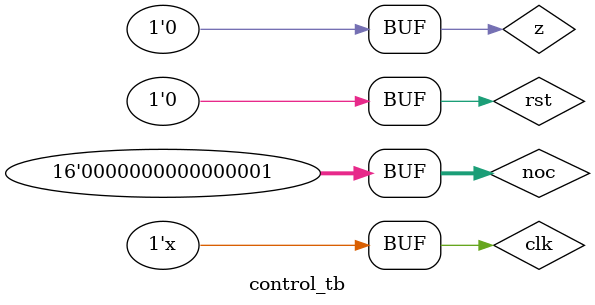
<source format=v>
`timescale 1ns/10ps

module control_tb;
    
    reg clk,z,rst;
	 reg [5:0] opcode;
	 reg [15:0] noc;
	 
	 wire [24:0] ctrlsig;
	 wire end_proc;
	 
			  
	 control controlUnit(
		.clk (clk),
		.z (z),
		.instruction_opcode (opcode),
		.rst (rst),
		.ctrlsig (ctrlsig),
		.end_process (end_proc) );

    initial begin
		  clk = 0;
	     z = 0;
		  noc = 16'd1;
		  opcode = 6'd1;  //change this opcode as required
		  rst = 0;
		  #20 rst = 1;
		  #20 rst = 0;
		  //#31 opcode = 6'd25;  // change the delay given for this endop opcode according to the previous opcode

    end

	 
	 always
        #5 clk = !clk;
		  
	 always @(posedge ctrlsig[19])
		begin
		#20 opcode = opcode + 6'd1;
		end
	 
	 
	 always @(posedge clk)
		begin
		$display ("%25b",ctrlsig);
		end
	  

endmodule
</source>
